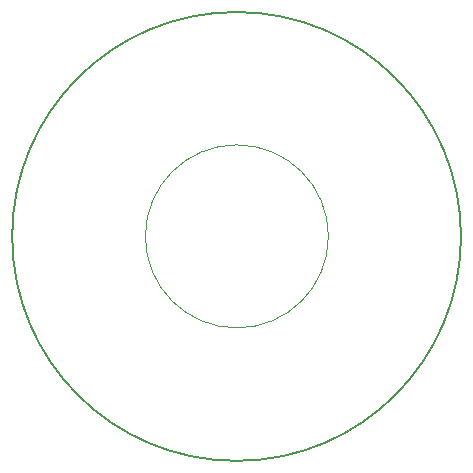
<source format=gm1>
G04 #@! TF.GenerationSoftware,KiCad,Pcbnew,7.0.8-7.0.8~ubuntu22.04.1*
G04 #@! TF.CreationDate,2023-10-19T22:21:27+02:00*
G04 #@! TF.ProjectId,LightPipe_PCB,4c696768-7450-4697-9065-5f5043422e6b,v0.1.2*
G04 #@! TF.SameCoordinates,Original*
G04 #@! TF.FileFunction,Profile,NP*
%FSLAX46Y46*%
G04 Gerber Fmt 4.6, Leading zero omitted, Abs format (unit mm)*
G04 Created by KiCad (PCBNEW 7.0.8-7.0.8~ubuntu22.04.1) date 2023-10-19 22:21:27*
%MOMM*%
%LPD*%
G01*
G04 APERTURE LIST*
G04 #@! TA.AperFunction,Profile*
%ADD10C,0.100000*%
G04 #@! TD*
G04 #@! TA.AperFunction,Profile*
%ADD11C,0.150000*%
G04 #@! TD*
G04 APERTURE END LIST*
D10*
X134750000Y-90000000D02*
G75*
G03*
X134750000Y-90000000I-7750000J0D01*
G01*
D11*
X145974101Y-90004567D02*
G75*
G03*
X145974101Y-90004567I-19000000J0D01*
G01*
M02*

</source>
